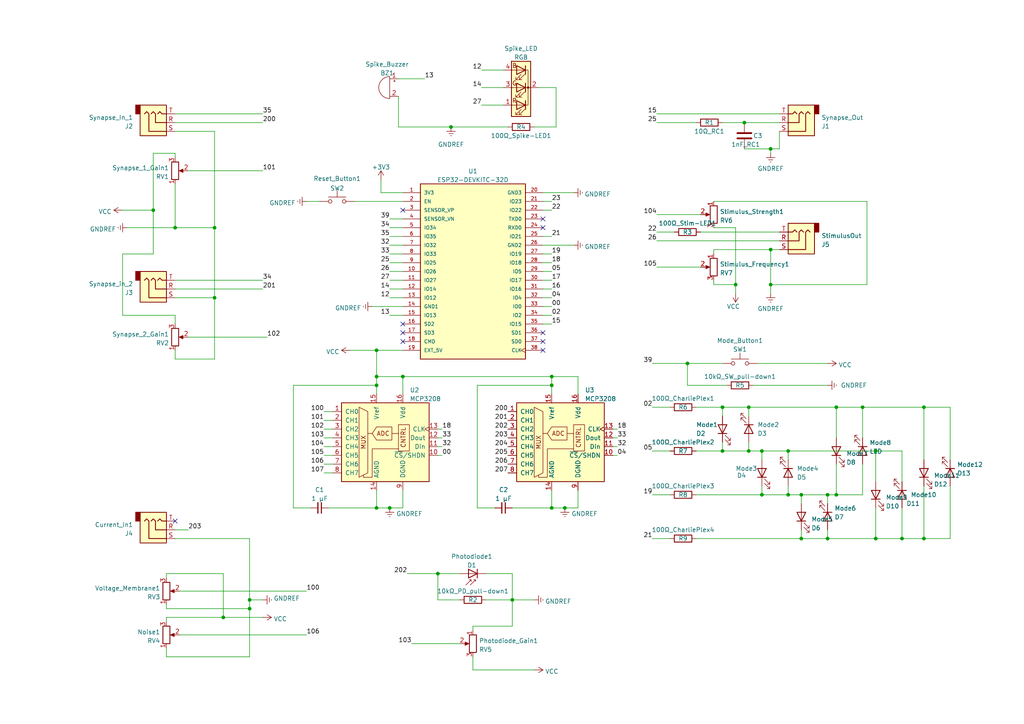
<source format=kicad_sch>
(kicad_sch (version 20211123) (generator eeschema)
  (paper "A4")
  (lib_symbols
    (symbol "Analog_ADC:MCP3208" (pin_names (offset 1.016))
      (property "Reference" "U" (at -5.08 13.335 0))
      (property "Value" "MCP3208" (at -5.08 11.43 0))
      (symbol "MCP3208_0_0"
        (text "ADC" (at -0.635 1.27 0) (effects (font (size 1.27 1.27))))
        (text "CNTRL" (at 5.969 -2.921 900) (effects (font (size 1.27 1.27)) (justify left bottom)))
        (text "MUX" (at -6.35 -1.27 900) (effects (font (size 1.27 1.27))))
      )
      (symbol "MCP3208_0_1"
        (polyline (pts (xy -3.81 1.27) (xy -5.08 1.27)))
        (polyline (pts (xy 1.905 1.27) (xy 3.81 1.27)))
        (polyline (pts (xy -7.62 8.89) (xy -7.62 -11.43) (xy -5.08 -10.16) (xy -5.08 7.62) (xy -7.62 8.89)))
        (polyline (pts (xy 3.81 -3.175) (xy -3.81 -3.175) (xy -3.81 -11.43) (xy -6.35 -11.43) (xy -6.35 -10.795)))
        (polyline (pts (xy 1.905 3.175) (xy 1.905 -0.635) (xy -2.54 -0.635) (xy -3.81 1.27) (xy -2.54 3.175) (xy 1.905 3.175)))
        (rectangle (start 3.81 -3.81) (end 6.985 3.81))
        (rectangle (start 12.7 -12.7) (end -12.7 10.16) (stroke (width 0.254)) (fill (type background)))
      )
      (symbol "MCP3208_1_1"
        (pin input line (at -15.24 7.62 0) (length 2.54) (name "CH0") (number "1"))
        (pin input line (at 15.24 -5.08 180) (length 2.54) (name "~{CS}/SHDN") (number "10"))
        (pin input line (at 15.24 -2.54 180) (length 2.54) (name "Din") (number "11"))
        (pin output line (at 15.24 0 180) (length 2.54) (name "Dout") (number "12"))
        (pin input clock (at 15.24 2.54 180) (length 2.54) (name "CLK") (number "13"))
        (pin power_in line (at -2.54 -15.24 90) (length 2.54) (name "AGND") (number "14"))
        (pin power_in line (at -2.54 12.7 270) (length 2.54) (name "Vref") (number "15"))
        (pin power_in line (at 5.08 12.7 270) (length 2.54) (name "Vdd") (number "16"))
        (pin input line (at -15.24 5.08 0) (length 2.54) (name "CH1") (number "2"))
        (pin input line (at -15.24 2.54 0) (length 2.54) (name "CH2") (number "3"))
        (pin input line (at -15.24 0 0) (length 2.54) (name "CH3") (number "4"))
        (pin input line (at -15.24 -2.54 0) (length 2.54) (name "CH4") (number "5"))
        (pin input line (at -15.24 -5.08 0) (length 2.54) (name "CH5") (number "6"))
        (pin input line (at -15.24 -7.62 0) (length 2.54) (name "CH6") (number "7"))
        (pin input line (at -15.24 -10.16 0) (length 2.54) (name "CH7") (number "8"))
        (pin power_in line (at 5.08 -15.24 90) (length 2.54) (name "DGND") (number "9"))
      )
    )
    (symbol "Connector:AudioJack3"
      (property "Reference" "J" (at 0 8.89 0))
      (property "Value" "AudioJack3" (at 0 6.35 0))
      (symbol "AudioJack3_0_1"
        (rectangle (start -5.08 -5.08) (end -6.35 -2.54) (stroke (width 0.254)) (fill (type outline)))
        (polyline (pts (xy 0 -2.54) (xy 0.635 -3.175) (xy 1.27 -2.54) (xy 2.54 -2.54)) (stroke (width 0.254)))
        (polyline (pts (xy -1.905 -2.54) (xy -1.27 -3.175) (xy -0.635 -2.54) (xy -0.635 0) (xy 2.54 0)) (stroke (width 0.254)))
        (polyline (pts (xy 2.54 2.54) (xy -2.54 2.54) (xy -2.54 -2.54) (xy -3.175 -3.175) (xy -3.81 -2.54)) (stroke (width 0.254)))
        (rectangle (start 2.54 3.81) (end -5.08 -5.08) (stroke (width 0.254)) (fill (type background)))
      )
      (symbol "AudioJack3_1_1"
        (pin passive line (at 5.08 0 180) (length 2.54) (name "~") (number "R"))
        (pin passive line (at 5.08 2.54 180) (length 2.54) (name "~") (number "S"))
        (pin passive line (at 5.08 -2.54 180) (length 2.54) (name "~") (number "T"))
      )
    )
    (symbol "Device:Buzzer" (pin_names (offset 0.0254) hide)
      (property "Reference" "BZ" (at 3.81 1.27 0))
      (property "Value" "Buzzer" (at 3.81 -1.27 0))
      (symbol "Buzzer_0_1"
        (arc (start 0 -3.175) (mid 3.175 0) (end 0 3.175))
        (polyline (pts (xy -1.651 1.905) (xy -1.143 1.905)))
        (polyline (pts (xy -1.397 2.159) (xy -1.397 1.651)))
        (polyline (pts (xy 0 3.175) (xy 0 -3.175)))
      )
      (symbol "Buzzer_1_1"
        (pin passive line (at -2.54 2.54 0) (length 2.54) (name "-") (number "1"))
        (pin passive line (at -2.54 -2.54 0) (length 2.54) (name "+") (number "2"))
      )
    )
    (symbol "Device:C" (pin_numbers hide) (pin_names (offset 0.254))
      (property "Reference" "C" (at 0.635 2.54 0))
      (property "Value" "C" (at 0.635 -2.54 0))
      (symbol "C_0_1"
        (polyline (pts (xy -2.032 -0.762) (xy 2.032 -0.762)) (stroke (width 0.508)))
        (polyline (pts (xy -2.032 0.762) (xy 2.032 0.762)) (stroke (width 0.508)))
      )
      (symbol "C_1_1"
        (pin passive line (at 0 3.81 270) (length 2.794) (name "~") (number "1"))
        (pin passive line (at 0 -3.81 90) (length 2.794) (name "~") (number "2"))
      )
    )
    (symbol "Device:C_Small" (pin_numbers hide) (pin_names (offset 0.254) hide)
      (property "Reference" "C" (at 0.254 1.778 0))
      (property "Value" "C_Small" (at 0.254 -2.032 0))
      (symbol "C_Small_0_1"
        (polyline (pts (xy -1.524 -0.508) (xy 1.524 -0.508)) (stroke (width 0.3302)))
        (polyline (pts (xy -1.524 0.508) (xy 1.524 0.508)) (stroke (width 0.3048)))
      )
      (symbol "C_Small_1_1"
        (pin passive line (at 0 2.54 270) (length 2.032) (name "~") (number "1"))
        (pin passive line (at 0 -2.54 90) (length 2.032) (name "~") (number "2"))
      )
    )
    (symbol "Device:D_Photo" (pin_numbers hide) (pin_names hide)
      (property "Reference" "D" (at 0.508 1.778 0))
      (property "Value" "D_Photo" (at -1.016 -2.794 0))
      (symbol "D_Photo_0_1"
        (polyline (pts (xy -2.54 1.27) (xy -2.54 -1.27)) (stroke (width 0.254)))
        (polyline (pts (xy -2.032 1.778) (xy -1.524 1.778)))
        (polyline (pts (xy 0 0) (xy -2.54 0)))
        (polyline (pts (xy -0.508 3.302) (xy -2.032 1.778) (xy -2.032 2.286)))
        (polyline (pts (xy 0 -1.27) (xy 0 1.27) (xy -2.54 0) (xy 0 -1.27)) (stroke (width 0.254)))
        (polyline (pts (xy 0.762 3.302) (xy -0.762 1.778) (xy -0.762 2.286) (xy -0.762 1.778) (xy -0.254 1.778)))
      )
      (symbol "D_Photo_1_1"
        (pin passive line (at -5.08 0 0) (length 2.54) (name "K") (number "1"))
        (pin passive line (at 2.54 0 180) (length 2.54) (name "A") (number "2"))
      )
    )
    (symbol "Device:LED" (pin_numbers hide) (pin_names (offset 1.016) hide)
      (property "Reference" "D" (at 0 2.54 0))
      (property "Value" "LED" (at 0 -2.54 0))
      (symbol "LED_0_1"
        (polyline (pts (xy -1.27 -1.27) (xy -1.27 1.27)) (stroke (width 0.254)))
        (polyline (pts (xy -1.27 0) (xy 1.27 0)))
        (polyline (pts (xy 1.27 -1.27) (xy 1.27 1.27) (xy -1.27 0) (xy 1.27 -1.27)) (stroke (width 0.254)))
        (polyline (pts (xy -3.048 -0.762) (xy -4.572 -2.286) (xy -3.81 -2.286) (xy -4.572 -2.286) (xy -4.572 -1.524)))
        (polyline (pts (xy -1.778 -0.762) (xy -3.302 -2.286) (xy -2.54 -2.286) (xy -3.302 -2.286) (xy -3.302 -1.524)))
      )
      (symbol "LED_1_1"
        (pin passive line (at -3.81 0 0) (length 2.54) (name "K") (number "1"))
        (pin passive line (at 3.81 0 180) (length 2.54) (name "A") (number "2"))
      )
    )
    (symbol "Device:LED_RKGB" (pin_names (offset 0) hide)
      (property "Reference" "D" (at 0 9.398 0))
      (property "Value" "LED_RKGB" (at 0 -8.89 0))
      (symbol "LED_RKGB_0_0"
        (text "B" (at 1.905 -6.35 0) (effects (font (size 1.27 1.27))))
        (text "G" (at 1.905 -1.27 0) (effects (font (size 1.27 1.27))))
        (text "R" (at 1.905 3.81 0) (effects (font (size 1.27 1.27))))
      )
      (symbol "LED_RKGB_0_1"
        (circle (center -2.032 0) (radius 0.254) (fill (type outline)))
        (polyline (pts (xy -1.27 -5.08) (xy 1.27 -5.08)))
        (polyline (pts (xy -1.27 -3.81) (xy -1.27 -6.35)) (stroke (width 0.254)))
        (polyline (pts (xy -1.27 0) (xy -2.54 0)))
        (polyline (pts (xy -1.27 1.27) (xy -1.27 -1.27)) (stroke (width 0.254)))
        (polyline (pts (xy -1.27 5.08) (xy 1.27 5.08)))
        (polyline (pts (xy -1.27 6.35) (xy -1.27 3.81)) (stroke (width 0.254)))
        (polyline (pts (xy 1.27 -5.08) (xy 2.54 -5.08)))
        (polyline (pts (xy 1.27 0) (xy -1.27 0)))
        (polyline (pts (xy 1.27 0) (xy 2.54 0)))
        (polyline (pts (xy 1.27 5.08) (xy 2.54 5.08)))
        (polyline (pts (xy -1.27 1.27) (xy -1.27 -1.27) (xy -1.27 -1.27)))
        (polyline (pts (xy -1.27 6.35) (xy -1.27 3.81) (xy -1.27 3.81)))
        (polyline (pts (xy -1.27 5.08) (xy -2.032 5.08) (xy -2.032 -5.08) (xy -1.016 -5.08)))
        (polyline (pts (xy 1.27 -3.81) (xy 1.27 -6.35) (xy -1.27 -5.08) (xy 1.27 -3.81)) (stroke (width 0.254)))
        (polyline (pts (xy 1.27 1.27) (xy 1.27 -1.27) (xy -1.27 0) (xy 1.27 1.27)) (stroke (width 0.254)))
        (polyline (pts (xy 1.27 6.35) (xy 1.27 3.81) (xy -1.27 5.08) (xy 1.27 6.35)) (stroke (width 0.254)))
        (polyline (pts (xy -1.016 -3.81) (xy 0.508 -2.286) (xy -0.254 -2.286) (xy 0.508 -2.286) (xy 0.508 -3.048)))
        (polyline (pts (xy -1.016 1.27) (xy 0.508 2.794) (xy -0.254 2.794) (xy 0.508 2.794) (xy 0.508 2.032)))
        (polyline (pts (xy -1.016 6.35) (xy 0.508 7.874) (xy -0.254 7.874) (xy 0.508 7.874) (xy 0.508 7.112)))
        (polyline (pts (xy 0 -3.81) (xy 1.524 -2.286) (xy 0.762 -2.286) (xy 1.524 -2.286) (xy 1.524 -3.048)))
        (polyline (pts (xy 0 1.27) (xy 1.524 2.794) (xy 0.762 2.794) (xy 1.524 2.794) (xy 1.524 2.032)))
        (polyline (pts (xy 0 6.35) (xy 1.524 7.874) (xy 0.762 7.874) (xy 1.524 7.874) (xy 1.524 7.112)))
        (rectangle (start 1.27 -1.27) (end 1.27 1.27))
        (rectangle (start 1.27 1.27) (end 1.27 1.27))
        (rectangle (start 1.27 3.81) (end 1.27 6.35))
        (rectangle (start 1.27 6.35) (end 1.27 6.35))
        (rectangle (start 2.794 8.382) (end -2.794 -7.62) (stroke (width 0.254)) (fill (type background)))
      )
      (symbol "LED_RKGB_1_1"
        (pin passive line (at 5.08 5.08 180) (length 2.54) (name "RA") (number "1"))
        (pin passive line (at -5.08 0 0) (length 2.54) (name "K") (number "2"))
        (pin passive line (at 5.08 0 180) (length 2.54) (name "GA") (number "3"))
        (pin passive line (at 5.08 -5.08 180) (length 2.54) (name "BA") (number "4"))
      )
    )
    (symbol "Device:R" (pin_numbers hide) (pin_names (offset 0))
      (property "Reference" "R" (at 2.032 0 90))
      (property "Value" "R" (at 0 0 90))
      (symbol "R_0_1"
        (rectangle (start -1.016 -2.54) (end 1.016 2.54) (stroke (width 0.254)))
      )
      (symbol "R_1_1"
        (pin passive line (at 0 3.81 270) (length 1.27) (name "~") (number "1"))
        (pin passive line (at 0 -3.81 90) (length 1.27) (name "~") (number "2"))
      )
    )
    (symbol "Device:R_Potentiometer" (pin_names (offset 1.016) hide)
      (property "Reference" "RV" (at -4.445 0 90))
      (property "Value" "R_Potentiometer" (at -2.54 0 90))
      (symbol "R_Potentiometer_0_1"
        (polyline (pts (xy 2.54 0) (xy 1.524 0)))
        (polyline (pts (xy 1.143 0) (xy 2.286 0.508) (xy 2.286 -0.508) (xy 1.143 0)) (fill (type outline)))
        (rectangle (start 1.016 2.54) (end -1.016 -2.54) (stroke (width 0.254)))
      )
      (symbol "R_Potentiometer_1_1"
        (pin passive line (at 0 3.81 270) (length 1.27) (name "1") (number "1"))
        (pin passive line (at 3.81 0 180) (length 1.27) (name "2") (number "2"))
        (pin passive line (at 0 -3.81 90) (length 1.27) (name "3") (number "3"))
      )
    )
    (symbol "ESP32-DEVKITC-32D:ESP32-DEVKITC-32D" (pin_names (offset 1.016))
      (property "Reference" "U" (at -15.2654 26.0604 0))
      (property "Value" "ESP32-DEVKITC-32D" (at -15.2654 -27.9654 0))
      (symbol "ESP32-DEVKITC-32D_0_0"
        (rectangle (start -15.24 -25.4) (end 15.24 25.4) (stroke (width 0.254)) (fill (type background)))
        (pin power_in line (at -20.32 22.86 0) (length 5.08) (name "3V3") (number "1"))
        (pin bidirectional line (at -20.32 0 0) (length 5.08) (name "IO26") (number "10"))
        (pin bidirectional line (at -20.32 -2.54 0) (length 5.08) (name "IO27") (number "11"))
        (pin bidirectional line (at -20.32 -5.08 0) (length 5.08) (name "IO14") (number "12"))
        (pin bidirectional line (at -20.32 -7.62 0) (length 5.08) (name "IO12") (number "13"))
        (pin power_in line (at -20.32 -10.16 0) (length 5.08) (name "GND1") (number "14"))
        (pin bidirectional line (at -20.32 -12.7 0) (length 5.08) (name "IO13") (number "15"))
        (pin bidirectional line (at -20.32 -15.24 0) (length 5.08) (name "SD2") (number "16"))
        (pin bidirectional line (at -20.32 -17.78 0) (length 5.08) (name "SD3") (number "17"))
        (pin bidirectional line (at -20.32 -20.32 0) (length 5.08) (name "CMD") (number "18"))
        (pin power_in line (at -20.32 -22.86 0) (length 5.08) (name "EXT_5V") (number "19"))
        (pin input line (at -20.32 20.32 0) (length 5.08) (name "EN") (number "2"))
        (pin power_in line (at 20.32 22.86 180) (length 5.08) (name "GND3") (number "20"))
        (pin bidirectional line (at 20.32 20.32 180) (length 5.08) (name "IO23") (number "21"))
        (pin bidirectional line (at 20.32 17.78 180) (length 5.08) (name "IO22") (number "22"))
        (pin output line (at 20.32 15.24 180) (length 5.08) (name "TXD0") (number "23"))
        (pin input line (at 20.32 12.7 180) (length 5.08) (name "RXD0") (number "24"))
        (pin bidirectional line (at 20.32 10.16 180) (length 5.08) (name "IO21") (number "25"))
        (pin power_in line (at 20.32 7.62 180) (length 5.08) (name "GND2") (number "26"))
        (pin bidirectional line (at 20.32 5.08 180) (length 5.08) (name "IO19") (number "27"))
        (pin bidirectional line (at 20.32 2.54 180) (length 5.08) (name "IO18") (number "28"))
        (pin bidirectional line (at 20.32 0 180) (length 5.08) (name "IO5") (number "29"))
        (pin input line (at -20.32 17.78 0) (length 5.08) (name "SENSOR_VP") (number "3"))
        (pin bidirectional line (at 20.32 -2.54 180) (length 5.08) (name "IO17") (number "30"))
        (pin bidirectional line (at 20.32 -5.08 180) (length 5.08) (name "IO16") (number "31"))
        (pin bidirectional line (at 20.32 -7.62 180) (length 5.08) (name "IO4") (number "32"))
        (pin bidirectional line (at 20.32 -10.16 180) (length 5.08) (name "IO0") (number "33"))
        (pin bidirectional line (at 20.32 -12.7 180) (length 5.08) (name "IO2") (number "34"))
        (pin bidirectional line (at 20.32 -15.24 180) (length 5.08) (name "IO15") (number "35"))
        (pin bidirectional line (at 20.32 -17.78 180) (length 5.08) (name "SD1") (number "36"))
        (pin bidirectional line (at 20.32 -20.32 180) (length 5.08) (name "SD0") (number "37"))
        (pin input clock (at 20.32 -22.86 180) (length 5.08) (name "CLK") (number "38"))
        (pin input line (at -20.32 15.24 0) (length 5.08) (name "SENSOR_VN") (number "4"))
        (pin bidirectional line (at -20.32 12.7 0) (length 5.08) (name "IO34") (number "5"))
        (pin bidirectional line (at -20.32 10.16 0) (length 5.08) (name "IO35") (number "6"))
        (pin bidirectional line (at -20.32 7.62 0) (length 5.08) (name "IO32") (number "7"))
        (pin bidirectional line (at -20.32 5.08 0) (length 5.08) (name "IO33") (number "8"))
        (pin bidirectional line (at -20.32 2.54 0) (length 5.08) (name "IO25") (number "9"))
      )
    )
    (symbol "Switch:SW_Push" (pin_numbers hide) (pin_names (offset 1.016) hide)
      (property "Reference" "SW" (at 1.27 2.54 0))
      (property "Value" "SW_Push" (at 0 -1.524 0))
      (symbol "SW_Push_0_1"
        (circle (center -2.032 0) (radius 0.508))
        (polyline (pts (xy 0 1.27) (xy 0 3.048)))
        (polyline (pts (xy 2.54 1.27) (xy -2.54 1.27)))
        (circle (center 2.032 0) (radius 0.508))
        (pin passive line (at -5.08 0 0) (length 2.54) (name "1") (number "1"))
        (pin passive line (at 5.08 0 180) (length 2.54) (name "2") (number "2"))
      )
    )
    (symbol "power:+3.3V" (power) (pin_names (offset 0))
      (property "Value" "+3.3V" (at 0 3.556 0))
      (symbol "+3.3V_0_1"
        (polyline (pts (xy -0.762 1.27) (xy 0 2.54)))
        (polyline (pts (xy 0 0) (xy 0 2.54)))
        (polyline (pts (xy 0 2.54) (xy 0.762 1.27)))
      )
      (symbol "+3.3V_1_1"
        (pin power_in line (at 0 0 90) (length 0) hide (name "+3V3") (number "1"))
      )
    )
    (symbol "power:GNDREF" (power) (pin_names (offset 0))
      (property "Value" "GNDREF" (at 0 -3.81 0))
      (symbol "GNDREF_0_1"
        (polyline (pts (xy -0.635 -1.905) (xy 0.635 -1.905)))
        (polyline (pts (xy -0.127 -2.54) (xy 0.127 -2.54)))
        (polyline (pts (xy 0 -1.27) (xy 0 0)))
        (polyline (pts (xy 1.27 -1.27) (xy -1.27 -1.27)))
      )
      (symbol "GNDREF_1_1"
        (pin power_in line (at 0 0 270) (length 0) hide (name "GNDREF") (number "1"))
      )
    )
    (symbol "power:VCC" (power) (pin_names (offset 0))
      (property "Value" "VCC" (at 0 3.81 0))
      (symbol "VCC_0_1"
        (polyline (pts (xy -0.762 1.27) (xy 0 2.54)))
        (polyline (pts (xy 0 0) (xy 0 2.54)))
        (polyline (pts (xy 0 2.54) (xy 0.762 1.27)))
      )
      (symbol "VCC_1_1"
        (pin power_in line (at 0 0 90) (length 0) hide (name "VCC") (number "1"))
      )
    )
  )
  (junction (at 113.03 147.32))
  (junction (at 261.62 156.21))
  (junction (at 228.6 143.51))
  (junction (at 160.02 111.76))
  (junction (at 44.45 60.96))
  (junction (at 223.52 82.55))
  (junction (at 228.6 130.81))
  (junction (at 223.52 43.18))
  (junction (at 109.22 147.32))
  (junction (at 209.55 130.81))
  (junction (at 250.19 118.11))
  (junction (at 254 156.21))
  (junction (at 160.02 109.22))
  (junction (at 62.23 86.36))
  (junction (at 240.03 156.21))
  (junction (at 267.97 118.11))
  (junction (at 254 130.81))
  (junction (at 232.41 143.51))
  (junction (at 109.22 111.76))
  (junction (at 232.41 156.21))
  (junction (at 242.57 143.51))
  (junction (at 160.02 147.32))
  (junction (at 116.84 109.22))
  (junction (at 130.81 36.83))
  (junction (at 267.97 156.21))
  (junction (at 217.17 118.11))
  (junction (at 109.22 101.6))
  (junction (at 213.36 82.55))
  (junction (at 163.83 147.32))
  (junction (at 72.39 173.99))
  (junction (at 223.52 72.39))
  (junction (at 64.77 179.07))
  (junction (at 62.23 66.04))
  (junction (at 215.9 35.56))
  (junction (at 217.17 130.81))
  (junction (at 199.39 105.41))
  (junction (at 148.59 173.99))
  (junction (at 240.03 143.51))
  (junction (at 109.22 109.22))
  (junction (at 72.39 176.53))
  (junction (at 127 166.37))
  (junction (at 209.55 118.11))
  (junction (at 220.98 143.51))
  (junction (at 220.98 130.81))
  (junction (at 50.8 66.04))
  (junction (at 242.57 118.11))
  (no_connect (at 116.84 60.96))
  (no_connect (at 157.48 96.52))
  (no_connect (at 157.48 99.06))
  (no_connect (at 157.48 101.6))
  (no_connect (at 116.84 99.06))
  (no_connect (at 116.84 96.52))
  (no_connect (at 116.84 93.98))
  (no_connect (at 50.8 151.13))
  (no_connect (at 157.48 63.5))
  (no_connect (at 157.48 66.04))
  (wire (pts (xy 209.55 118.11) (xy 209.55 120.65)))
  (wire (pts (xy 116.84 109.22) (xy 160.02 109.22)))
  (wire (pts (xy 137.16 190.5) (xy 137.16 194.31)))
  (wire (pts (xy 267.97 118.11) (xy 275.59 118.11)))
  (wire (pts (xy 48.26 180.34) (xy 48.26 179.07)))
  (wire (pts (xy 93.98 137.16) (xy 96.52 137.16)))
  (wire (pts (xy 157.48 78.74) (xy 160.02 78.74)))
  (wire (pts (xy 157.48 55.88) (xy 166.37 55.88)))
  (wire (pts (xy 64.77 179.07) (xy 76.2 179.07)))
  (wire (pts (xy 215.9 43.18) (xy 223.52 43.18)))
  (wire (pts (xy 217.17 118.11) (xy 242.57 118.11)))
  (wire (pts (xy 160.02 109.22) (xy 167.64 109.22)))
  (wire (pts (xy 35.56 91.44) (xy 50.8 91.44)))
  (wire (pts (xy 201.93 143.51) (xy 220.98 143.51)))
  (wire (pts (xy 85.09 147.32) (xy 90.17 147.32)))
  (wire (pts (xy 116.84 109.22) (xy 116.84 114.3)))
  (wire (pts (xy 157.48 81.28) (xy 160.02 81.28)))
  (wire (pts (xy 160.02 147.32) (xy 148.59 147.32)))
  (wire (pts (xy 113.03 81.28) (xy 116.84 81.28)))
  (wire (pts (xy 148.59 166.37) (xy 148.59 173.99)))
  (wire (pts (xy 64.77 166.37) (xy 64.77 179.07)))
  (wire (pts (xy 160.02 109.22) (xy 160.02 111.76)))
  (wire (pts (xy 72.39 173.99) (xy 72.39 176.53)))
  (wire (pts (xy 110.49 52.07) (xy 110.49 55.88)))
  (wire (pts (xy 213.36 66.04) (xy 213.36 82.55)))
  (wire (pts (xy 116.84 101.6) (xy 109.22 101.6)))
  (wire (pts (xy 207.01 72.39) (xy 207.01 73.66)))
  (wire (pts (xy 54.61 49.53) (xy 76.2 49.53)))
  (wire (pts (xy 113.03 76.2) (xy 116.84 76.2)))
  (wire (pts (xy 275.59 118.11) (xy 275.59 133.35)))
  (wire (pts (xy 254 130.81) (xy 261.62 130.81)))
  (wire (pts (xy 157.48 73.66) (xy 160.02 73.66)))
  (wire (pts (xy 50.8 83.82) (xy 76.2 83.82)))
  (wire (pts (xy 50.8 38.1) (xy 62.23 38.1)))
  (wire (pts (xy 223.52 82.55) (xy 223.52 85.09)))
  (wire (pts (xy 219.71 105.41) (xy 240.03 105.41)))
  (wire (pts (xy 101.6 101.6) (xy 109.22 101.6)))
  (wire (pts (xy 267.97 118.11) (xy 267.97 133.35)))
  (wire (pts (xy 44.45 73.66) (xy 35.56 73.66)))
  (wire (pts (xy 228.6 143.51) (xy 228.6 140.97)))
  (wire (pts (xy 261.62 130.81) (xy 261.62 139.7)))
  (wire (pts (xy 48.26 175.26) (xy 48.26 176.53)))
  (wire (pts (xy 223.52 72.39) (xy 226.06 72.39)))
  (wire (pts (xy 209.55 35.56) (xy 215.9 35.56)))
  (wire (pts (xy 48.26 179.07) (xy 64.77 179.07)))
  (wire (pts (xy 113.03 83.82) (xy 116.84 83.82)))
  (wire (pts (xy 160.02 111.76) (xy 160.02 114.3)))
  (wire (pts (xy 50.8 156.21) (xy 72.39 156.21)))
  (wire (pts (xy 223.52 43.18) (xy 226.06 43.18)))
  (wire (pts (xy 113.03 78.74) (xy 116.84 78.74)))
  (wire (pts (xy 207.01 72.39) (xy 223.52 72.39)))
  (wire (pts (xy 137.16 181.61) (xy 148.59 181.61)))
  (wire (pts (xy 161.29 25.4) (xy 161.29 36.83)))
  (wire (pts (xy 127 132.08) (xy 128.27 132.08)))
  (wire (pts (xy 127 166.37) (xy 133.35 166.37)))
  (wire (pts (xy 223.52 82.55) (xy 251.46 82.55)))
  (wire (pts (xy 199.39 111.76) (xy 210.82 111.76)))
  (wire (pts (xy 44.45 44.45) (xy 50.8 44.45)))
  (wire (pts (xy 127 127) (xy 128.27 127)))
  (wire (pts (xy 50.8 44.45) (xy 50.8 45.72)))
  (wire (pts (xy 127 173.99) (xy 133.35 173.99)))
  (wire (pts (xy 240.03 143.51) (xy 240.03 146.05)))
  (wire (pts (xy 220.98 130.81) (xy 228.6 130.81)))
  (wire (pts (xy 157.48 76.2) (xy 160.02 76.2)))
  (wire (pts (xy 213.36 82.55) (xy 207.01 82.55)))
  (wire (pts (xy 139.7 25.4) (xy 146.05 25.4)))
  (wire (pts (xy 110.49 55.88) (xy 116.84 55.88)))
  (wire (pts (xy 93.98 124.46) (xy 96.52 124.46)))
  (wire (pts (xy 203.2 67.31) (xy 226.06 67.31)))
  (wire (pts (xy 113.03 73.66) (xy 116.84 73.66)))
  (wire (pts (xy 119.38 186.69) (xy 133.35 186.69)))
  (wire (pts (xy 261.62 147.32) (xy 261.62 156.21)))
  (wire (pts (xy 62.23 66.04) (xy 50.8 66.04)))
  (wire (pts (xy 115.57 22.86) (xy 123.19 22.86)))
  (wire (pts (xy 207.01 66.04) (xy 213.36 66.04)))
  (wire (pts (xy 267.97 156.21) (xy 267.97 140.97)))
  (wire (pts (xy 113.03 86.36) (xy 116.84 86.36)))
  (wire (pts (xy 50.8 104.14) (xy 62.23 104.14)))
  (wire (pts (xy 35.56 60.96) (xy 44.45 60.96)))
  (wire (pts (xy 189.23 118.11) (xy 194.31 118.11)))
  (wire (pts (xy 228.6 130.81) (xy 228.6 133.35)))
  (wire (pts (xy 148.59 173.99) (xy 154.94 173.99)))
  (wire (pts (xy 157.48 88.9) (xy 160.02 88.9)))
  (wire (pts (xy 113.03 68.58) (xy 116.84 68.58)))
  (wire (pts (xy 213.36 82.55) (xy 213.36 85.09)))
  (wire (pts (xy 177.8 127) (xy 179.07 127)))
  (wire (pts (xy 62.23 38.1) (xy 62.23 66.04)))
  (wire (pts (xy 189.23 156.21) (xy 194.31 156.21)))
  (wire (pts (xy 50.8 33.02) (xy 76.2 33.02)))
  (wire (pts (xy 209.55 130.81) (xy 217.17 130.81)))
  (wire (pts (xy 190.5 77.47) (xy 203.2 77.47)))
  (wire (pts (xy 54.61 97.79) (xy 77.47 97.79)))
  (wire (pts (xy 254 130.81) (xy 254 139.7)))
  (wire (pts (xy 254 147.32) (xy 254 156.21)))
  (wire (pts (xy 140.97 166.37) (xy 148.59 166.37)))
  (wire (pts (xy 157.48 93.98) (xy 160.02 93.98)))
  (wire (pts (xy 157.48 86.36) (xy 160.02 86.36)))
  (wire (pts (xy 140.97 173.99) (xy 148.59 173.99)))
  (wire (pts (xy 72.39 176.53) (xy 72.39 190.5)))
  (wire (pts (xy 88.9 58.42) (xy 92.71 58.42)))
  (wire (pts (xy 160.02 147.32) (xy 163.83 147.32)))
  (wire (pts (xy 209.55 118.11) (xy 217.17 118.11)))
  (wire (pts (xy 209.55 130.81) (xy 201.93 130.81)))
  (wire (pts (xy 116.84 147.32) (xy 113.03 147.32)))
  (wire (pts (xy 48.26 176.53) (xy 72.39 176.53)))
  (wire (pts (xy 220.98 130.81) (xy 220.98 133.35)))
  (wire (pts (xy 127 129.54) (xy 128.27 129.54)))
  (wire (pts (xy 250.19 118.11) (xy 267.97 118.11)))
  (wire (pts (xy 189.23 143.51) (xy 194.31 143.51)))
  (wire (pts (xy 189.23 105.41) (xy 199.39 105.41)))
  (wire (pts (xy 127 166.37) (xy 127 173.99)))
  (wire (pts (xy 130.81 36.83) (xy 147.32 36.83)))
  (wire (pts (xy 250.19 118.11) (xy 250.19 127)))
  (wire (pts (xy 217.17 130.81) (xy 217.17 128.27)))
  (wire (pts (xy 139.7 20.32) (xy 146.05 20.32)))
  (wire (pts (xy 50.8 91.44) (xy 50.8 93.98)))
  (wire (pts (xy 177.8 132.08) (xy 179.07 132.08)))
  (wire (pts (xy 109.22 147.32) (xy 113.03 147.32)))
  (wire (pts (xy 215.9 35.56) (xy 226.06 35.56)))
  (wire (pts (xy 113.03 66.04) (xy 116.84 66.04)))
  (wire (pts (xy 167.64 109.22) (xy 167.64 114.3)))
  (wire (pts (xy 93.98 129.54) (xy 96.52 129.54)))
  (wire (pts (xy 115.57 36.83) (xy 130.81 36.83)))
  (wire (pts (xy 232.41 156.21) (xy 240.03 156.21)))
  (wire (pts (xy 160.02 142.24) (xy 160.02 147.32)))
  (wire (pts (xy 48.26 166.37) (xy 64.77 166.37)))
  (wire (pts (xy 177.8 129.54) (xy 179.07 129.54)))
  (wire (pts (xy 107.95 88.9) (xy 116.84 88.9)))
  (wire (pts (xy 242.57 143.51) (xy 250.19 143.51)))
  (wire (pts (xy 190.5 35.56) (xy 201.93 35.56)))
  (wire (pts (xy 157.48 58.42) (xy 160.02 58.42)))
  (wire (pts (xy 157.48 68.58) (xy 160.02 68.58)))
  (wire (pts (xy 220.98 140.97) (xy 220.98 143.51)))
  (wire (pts (xy 250.19 134.62) (xy 250.19 143.51)))
  (wire (pts (xy 240.03 156.21) (xy 240.03 153.67)))
  (wire (pts (xy 207.01 81.28) (xy 207.01 82.55)))
  (wire (pts (xy 177.8 124.46) (xy 179.07 124.46)))
  (wire (pts (xy 163.83 147.32) (xy 167.64 147.32)))
  (wire (pts (xy 201.93 118.11) (xy 209.55 118.11)))
  (wire (pts (xy 36.83 66.04) (xy 50.8 66.04)))
  (wire (pts (xy 62.23 86.36) (xy 62.23 66.04)))
  (wire (pts (xy 240.03 143.51) (xy 242.57 143.51)))
  (wire (pts (xy 156.21 25.4) (xy 161.29 25.4)))
  (wire (pts (xy 50.8 86.36) (xy 62.23 86.36)))
  (wire (pts (xy 109.22 111.76) (xy 109.22 114.3)))
  (wire (pts (xy 35.56 73.66) (xy 35.56 91.44)))
  (wire (pts (xy 113.03 63.5) (xy 116.84 63.5)))
  (wire (pts (xy 50.8 35.56) (xy 76.2 35.56)))
  (wire (pts (xy 223.52 43.18) (xy 223.52 44.45)))
  (wire (pts (xy 226.06 38.1) (xy 226.06 43.18)))
  (wire (pts (xy 137.16 182.88) (xy 137.16 181.61)))
  (wire (pts (xy 139.7 30.48) (xy 146.05 30.48)))
  (wire (pts (xy 44.45 60.96) (xy 44.45 73.66)))
  (wire (pts (xy 44.45 60.96) (xy 44.45 44.45)))
  (wire (pts (xy 261.62 156.21) (xy 267.97 156.21)))
  (wire (pts (xy 157.48 60.96) (xy 160.02 60.96)))
  (wire (pts (xy 232.41 143.51) (xy 240.03 143.51)))
  (wire (pts (xy 95.25 147.32) (xy 109.22 147.32)))
  (wire (pts (xy 148.59 181.61) (xy 148.59 173.99)))
  (wire (pts (xy 190.5 69.85) (xy 226.06 69.85)))
  (wire (pts (xy 267.97 156.21) (xy 275.59 156.21)))
  (wire (pts (xy 207.01 58.42) (xy 251.46 58.42)))
  (wire (pts (xy 72.39 173.99) (xy 76.2 173.99)))
  (wire (pts (xy 218.44 111.76) (xy 240.03 111.76)))
  (wire (pts (xy 109.22 109.22) (xy 116.84 109.22)))
  (wire (pts (xy 201.93 156.21) (xy 232.41 156.21)))
  (wire (pts (xy 72.39 156.21) (xy 72.39 173.99)))
  (wire (pts (xy 137.16 194.31) (xy 154.94 194.31)))
  (wire (pts (xy 50.8 153.67) (xy 54.61 153.67)))
  (wire (pts (xy 251.46 58.42) (xy 251.46 82.55)))
  (wire (pts (xy 62.23 104.14) (xy 62.23 86.36)))
  (wire (pts (xy 93.98 119.38) (xy 96.52 119.38)))
  (wire (pts (xy 93.98 121.92) (xy 96.52 121.92)))
  (wire (pts (xy 93.98 127) (xy 96.52 127)))
  (wire (pts (xy 113.03 71.12) (xy 116.84 71.12)))
  (wire (pts (xy 242.57 118.11) (xy 242.57 127)))
  (wire (pts (xy 167.64 147.32) (xy 167.64 142.24)))
  (wire (pts (xy 157.48 91.44) (xy 160.02 91.44)))
  (wire (pts (xy 157.48 83.82) (xy 160.02 83.82)))
  (wire (pts (xy 102.87 58.42) (xy 116.84 58.42)))
  (wire (pts (xy 232.41 153.67) (xy 232.41 156.21)))
  (wire (pts (xy 232.41 143.51) (xy 232.41 146.05)))
  (wire (pts (xy 161.29 36.83) (xy 154.94 36.83)))
  (wire (pts (xy 254 156.21) (xy 261.62 156.21)))
  (wire (pts (xy 275.59 156.21) (xy 275.59 140.97)))
  (wire (pts (xy 93.98 132.08) (xy 96.52 132.08)))
  (wire (pts (xy 199.39 105.41) (xy 209.55 105.41)))
  (wire (pts (xy 199.39 105.41) (xy 199.39 111.76)))
  (wire (pts (xy 48.26 187.96) (xy 48.26 190.5)))
  (wire (pts (xy 48.26 167.64) (xy 48.26 166.37)))
  (wire (pts (xy 50.8 66.04) (xy 50.8 53.34)))
  (wire (pts (xy 217.17 118.11) (xy 217.17 120.65)))
  (wire (pts (xy 115.57 27.94) (xy 115.57 36.83)))
  (wire (pts (xy 109.22 101.6) (xy 109.22 109.22)))
  (wire (pts (xy 223.52 72.39) (xy 223.52 82.55)))
  (wire (pts (xy 217.17 130.81) (xy 220.98 130.81)))
  (wire (pts (xy 242.57 118.11) (xy 250.19 118.11)))
  (wire (pts (xy 138.43 111.76) (xy 138.43 147.32)))
  (wire (pts (xy 52.07 171.45) (xy 88.9 171.45)))
  (wire (pts (xy 240.03 156.21) (xy 254 156.21)))
  (wire (pts (xy 160.02 111.76) (xy 138.43 111.76)))
  (wire (pts (xy 228.6 130.81) (xy 254 130.81)))
  (wire (pts (xy 228.6 143.51) (xy 232.41 143.51)))
  (wire (pts (xy 113.03 91.44) (xy 116.84 91.44)))
  (wire (pts (xy 242.57 134.62) (xy 242.57 143.51)))
  (wire (pts (xy 190.5 33.02) (xy 226.06 33.02)))
  (wire (pts (xy 118.11 166.37) (xy 127 166.37)))
  (wire (pts (xy 157.48 71.12) (xy 166.37 71.12)))
  (wire (pts (xy 220.98 143.51) (xy 228.6 143.51)))
  (wire (pts (xy 109.22 109.22) (xy 109.22 111.76)))
  (wire (pts (xy 72.39 190.5) (xy 48.26 190.5)))
  (wire (pts (xy 50.8 101.6) (xy 50.8 104.14)))
  (wire (pts (xy 109.22 142.24) (xy 109.22 147.32)))
  (wire (pts (xy 93.98 134.62) (xy 96.52 134.62)))
  (wire (pts (xy 52.07 184.15) (xy 88.9 184.15)))
  (wire (pts (xy 127 124.46) (xy 128.27 124.46)))
  (wire (pts (xy 190.5 67.31) (xy 195.58 67.31)))
  (wire (pts (xy 116.84 142.24) (xy 116.84 147.32)))
  (wire (pts (xy 209.55 128.27) (xy 209.55 130.81)))
  (wire (pts (xy 85.09 111.76) (xy 85.09 147.32)))
  (wire (pts (xy 189.23 130.81) (xy 194.31 130.81)))
  (wire (pts (xy 190.5 62.23) (xy 203.2 62.23)))
  (wire (pts (xy 50.8 81.28) (xy 76.2 81.28)))
  (wire (pts (xy 109.22 111.76) (xy 85.09 111.76)))
  (wire (pts (xy 143.51 147.32) (xy 138.43 147.32)))
  (label "34" (at 113.03 66.04 180))
  (label "18" (at 160.02 76.2 0))
  (label "32" (at 179.07 129.54 0))
  (label "33" (at 113.03 73.66 180))
  (label "203" (at 147.32 127 180))
  (label "205" (at 147.32 132.08 180))
  (label "17" (at 160.02 81.28 0))
  (label "26" (at 190.5 69.85 180))
  (label "21" (at 189.23 156.21 180))
  (label "25" (at 190.5 35.56 180))
  (label "27" (at 139.7 30.48 180))
  (label "02" (at 160.02 91.44 0))
  (label "33" (at 179.07 127 0))
  (label "203" (at 54.61 153.67 0))
  (label "207" (at 147.32 137.16 180))
  (label "02" (at 189.23 118.11 180))
  (label "00" (at 160.02 88.9 0))
  (label "202" (at 118.11 166.37 180))
  (label "39" (at 113.03 63.5 180))
  (label "22" (at 160.02 60.96 0))
  (label "23" (at 160.02 58.42 0))
  (label "106" (at 93.98 134.62 180))
  (label "19" (at 160.02 73.66 0))
  (label "04" (at 160.02 86.36 0))
  (label "33" (at 128.27 127 0))
  (label "101" (at 76.2 49.53 0))
  (label "39" (at 189.23 105.41 180))
  (label "13" (at 113.03 91.44 180))
  (label "104" (at 190.5 62.23 180))
  (label "104" (at 93.98 129.54 180))
  (label "201" (at 147.32 121.92 180))
  (label "200" (at 147.32 119.38 180))
  (label "14" (at 113.03 83.82 180))
  (label "204" (at 147.32 129.54 180))
  (label "101" (at 93.98 121.92 180))
  (label "35" (at 113.03 68.58 180))
  (label "05" (at 160.02 78.74 0))
  (label "12" (at 113.03 86.36 180))
  (label "107" (at 93.98 137.16 180))
  (label "34" (at 76.2 81.28 0))
  (label "200" (at 76.2 35.56 0))
  (label "105" (at 190.5 77.47 180))
  (label "100" (at 93.98 119.38 180))
  (label "16" (at 160.02 83.82 0))
  (label "18" (at 179.07 124.46 0))
  (label "32" (at 113.03 71.12 180))
  (label "201" (at 76.2 83.82 0))
  (label "105" (at 93.98 132.08 180))
  (label "35" (at 76.2 33.02 0))
  (label "106" (at 88.9 184.15 0))
  (label "00" (at 128.27 132.08 0))
  (label "05" (at 189.23 130.81 180))
  (label "12" (at 139.7 20.32 180))
  (label "15" (at 160.02 93.98 0))
  (label "102" (at 77.47 97.79 0))
  (label "206" (at 147.32 134.62 180))
  (label "32" (at 128.27 129.54 0))
  (label "19" (at 189.23 143.51 180))
  (label "103" (at 119.38 186.69 180))
  (label "26" (at 113.03 78.74 180))
  (label "13" (at 123.19 22.86 0))
  (label "18" (at 128.27 124.46 0))
  (label "14" (at 139.7 25.4 180))
  (label "100" (at 88.9 171.45 0))
  (label "04" (at 179.07 132.08 0))
  (label "25" (at 113.03 76.2 180))
  (label "103" (at 93.98 127 180))
  (label "27" (at 113.03 81.28 180))
  (label "21" (at 160.02 68.58 0))
  (label "15" (at 190.5 33.02 180))
  (label "22" (at 190.5 67.31 180))
  (label "102" (at 93.98 124.46 180))
  (label "202" (at 147.32 124.46 180))
  (symbol (lib_id "Device:R") (at 151.13 36.83 90) (unit 1)
    (property "Reference" "100Ω_Spike-LED1" (at 151.13 39.37 90))
    (property "Value" "R4" (at 151.13 36.83 90))
    (property "Footprint" "Resistor_THT:R_Axial_DIN0207_L6.3mm_D2.5mm_P10.16mm_Horizontal" (effects hide))
  )
  (symbol (lib_id "Switch:SW_Push") (at 97.79 58.42 0) (unit 1)
    (property "Reference" "Reset_Button1" (at 97.79 51.7992 0))
    (property "Value" "SW2" (at 97.79 54.61 0))
    (property "Footprint" "Button_Switch_THT:Spikeling reset button" (effects hide))
  )
  (symbol (lib_id "Device:R_Potentiometer") (at 48.26 171.45 0) (mirror x) (unit 1)
    (property "Reference" "Voltage_Membrane1" (at 46.482 170.6153 0) (effects (justify right)))
    (property "Value" "RV3" (at 46.482 173.1522 0) (effects (justify right)))
    (property "Footprint" "Potentiometer_THT:Spikeling Potentiometer" (effects hide))
  )
  (symbol (lib_id "power:GNDREF") (at 240.03 111.76 90) (unit 1)
    (property "Reference" "#PWR0106" (effects hide))
    (property "Value" "GNDREF" (at 251.46 111.76 90) (effects (justify left)))
  )
  (symbol (lib_id "Device:R_Potentiometer") (at 137.16 186.69 0) (mirror y) (unit 1)
    (property "Reference" "Photodiode_Gain1" (at 138.938 185.8553 0) (effects (justify right)))
    (property "Value" "RV5" (at 138.938 188.3922 0) (effects (justify right)))
    (property "Footprint" "Potentiometer_THT:Spikeling Potentiometer" (effects hide))
  )
  (symbol (lib_id "Device:R_Potentiometer") (at 50.8 97.79 0) (mirror x) (unit 1)
    (property "Reference" "Synapse_2_Gain1" (at 49.0221 96.9553 0) (effects (justify right)))
    (property "Value" "RV2" (at 49.0221 99.4922 0) (effects (justify right)))
    (property "Footprint" "Potentiometer_THT:Spikeling Potentiometer" (effects hide))
  )
  (symbol (lib_id "Connector:AudioJack3") (at 231.14 35.56 180) (unit 1)
    (property "Reference" "Synapse_Out" (at 238.252 34.0903 0) (effects (justify right)))
    (property "Value" "J1" (at 238.252 36.6272 0) (effects (justify right)))
    (property "Footprint" "Audio_Module:Spikeling Audio Jack 3.5mm" (effects hide))
  )
  (symbol (lib_id "power:+3.3V") (at 110.49 52.07 0) (unit 1)
    (property "Reference" "#PWR0115" (effects hide))
    (property "Value" "+3.3V" (at 110.49 48.4942 0))
  )
  (symbol (lib_id "power:VCC") (at 101.6 101.6 90) (unit 1)
    (property "Reference" "#PWR0108" (effects hide))
    (property "Value" "VCC" (at 98.425 102.0338 90) (effects (justify left)))
  )
  (symbol (lib_id "power:GNDREF") (at 113.03 147.32 0) (unit 1)
    (property "Reference" "#PWR0111" (effects hide))
    (property "Value" "GNDREF" (at 114.935 149.0238 0) (effects (justify left)))
  )
  (symbol (lib_id "Analog_ADC:MCP3208") (at 111.76 127 0) (unit 1)
    (property "Reference" "U2" (at 118.8594 113.1402 0) (effects (justify left)))
    (property "Value" "MCP3208" (at 118.8594 115.6771 0) (effects (justify left)))
    (property "Footprint" "Package_DIP:DIP-16_W7.62mm" (effects hide))
    (property "Datasheet" "http://ww1.microchip.com/downloads/en/DeviceDoc/21298c.pdf" (effects hide))
  )
  (symbol (lib_id "Device:R_Potentiometer") (at 207.01 77.47 0) (mirror y) (unit 1)
    (property "Reference" "Stimulus_Frequency1" (at 208.788 76.6353 0) (effects (justify right)))
    (property "Value" "RV7" (at 208.788 79.1722 0) (effects (justify right)))
    (property "Footprint" "Potentiometer_THT:Spikeling Potentiometer" (effects hide))
  )
  (symbol (lib_id "Device:R") (at 198.12 156.21 90) (unit 1)
    (property "Reference" "100Ω_CharliePlex4" (at 198.12 153.67 90))
    (property "Value" "R9" (at 198.12 156.21 90))
    (property "Footprint" "Resistor_THT:R_Axial_DIN0207_L6.3mm_D2.5mm_P10.16mm_Horizontal" (effects hide))
  )
  (symbol (lib_id "Device:LED") (at 275.59 137.16 270) (unit 1)
    (property "Reference" "Mode12" (at 277.622 134.7378 90) (effects (justify left)))
    (property "Value" "D13" (at 277.622 137.2747 90) (effects (justify left)))
    (property "Footprint" "LED_THT:LED_D3.0mm" (effects hide))
  )
  (symbol (lib_id "Device:Buzzer") (at 113.03 25.4 0) (mirror y) (unit 1)
    (property "Reference" "Spike_Buzzer" (at 112.268 18.6522 0))
    (property "Value" "BZ1" (at 112.268 21.1891 0))
    (property "Footprint" "Buzzer_Beeper:Buzzer_11.5x9.5RM5" (effects hide))
  )
  (symbol (lib_id "Device:C_Small") (at 146.05 147.32 270) (mirror x) (unit 1)
    (property "Reference" "C2" (at 146.0436 142.0581 90))
    (property "Value" "1 μF" (at 146.0436 144.595 90))
    (property "Footprint" "Capacitor_THT:CP_Radial_D4.0mm_P2.00mm" (effects hide))
  )
  (symbol (lib_id "power:GNDREF") (at 130.81 36.83 0) (unit 1)
    (property "Reference" "#PWR0116" (effects hide))
    (property "Value" "GNDREF" (at 134.62 41.91 0) (effects (justify right)))
  )
  (symbol (lib_id "Device:LED_RKGB") (at 151.13 25.4 180) (unit 1)
    (property "Reference" "Spike_LED" (at 151.13 14.0802 0))
    (property "Value" "RGB" (at 151.13 16.6171 0))
    (property "Footprint" "LED_THT:LED_D5.0mm-4_RGB" (effects hide))
  )
  (symbol (lib_id "Connector:AudioJack3") (at 45.72 35.56 0) (mirror x) (unit 1)
    (property "Reference" "Synapse_In_1" (at 38.6081 34.0903 0) (effects (justify right)))
    (property "Value" "J2" (at 38.6081 36.6272 0) (effects (justify right)))
    (property "Footprint" "Audio_Module:Spikeling Audio Jack 3.5mm" (effects hide))
  )
  (symbol (lib_id "power:GNDREF") (at 107.95 88.9 270) (unit 1)
    (property "Reference" "#PWR0114" (effects hide))
    (property "Value" "GNDREF" (at 104.7751 89.3338 90) (effects (justify right)))
  )
  (symbol (lib_id "Switch:SW_Push") (at 214.63 105.41 0) (unit 1)
    (property "Reference" "Mode_Button1" (at 214.63 98.7892 0))
    (property "Value" "SW1" (at 214.63 101.3261 0))
    (property "Footprint" "Button_Switch_THT:SW_PUSH_6mm_H13mm" (effects hide))
  )
  (symbol (lib_id "power:VCC") (at 35.56 60.96 90) (unit 1)
    (property "Reference" "#PWR0119" (effects hide))
    (property "Value" "VCC" (at 32.385 61.3938 90) (effects (justify left)))
  )
  (symbol (lib_id "Device:R") (at 137.16 173.99 90) (unit 1)
    (property "Reference" "10kΩ_PD_pull-down1" (at 137.16 171.45 90))
    (property "Value" "R2" (at 137.16 173.99 90))
    (property "Footprint" "Resistor_THT:R_Axial_DIN0207_L6.3mm_D2.5mm_P10.16mm_Horizontal" (effects hide))
  )
  (symbol (lib_id "Device:LED") (at 261.62 143.51 270) (unit 1)
    (property "Reference" "Mode10" (at 264.16 143.51 90) (effects (justify left)))
    (property "Value" "D11" (at 262.89 146.05 90) (effects (justify left)))
    (property "Footprint" "LED_THT:LED_D3.0mm" (effects hide))
  )
  (symbol (lib_id "power:GNDREF") (at 166.37 55.88 90) (unit 1)
    (property "Reference" "#PWR0101" (effects hide))
    (property "Value" "GNDREF" (at 169.545 56.3138 90) (effects (justify right)))
  )
  (symbol (lib_id "power:VCC") (at 213.36 85.09 0) (mirror x) (unit 1)
    (property "Reference" "#PWR0107" (effects hide))
    (property "Value" "VCC" (at 214.63 88.9 0) (effects (justify right)))
  )
  (symbol (lib_id "power:GNDREF") (at 36.83 66.04 270) (unit 1)
    (property "Reference" "#PWR0109" (effects hide))
    (property "Value" "GNDREF" (at 33.6551 66.4738 90) (effects (justify right)))
  )
  (symbol (lib_id "Device:LED") (at 232.41 149.86 90) (unit 1)
    (property "Reference" "Mode5" (at 235.331 150.6128 90) (effects (justify right)))
    (property "Value" "D6" (at 235.331 153.1497 90) (effects (justify right)))
    (property "Footprint" "LED_THT:LED_D3.0mm" (effects hide))
  )
  (symbol (lib_id "Device:R_Potentiometer") (at 207.01 62.23 0) (mirror y) (unit 1)
    (property "Reference" "Stimulus_Strength1" (at 208.788 61.3953 0) (effects (justify right)))
    (property "Value" "RV6" (at 208.788 63.9322 0) (effects (justify right)))
    (property "Footprint" "Potentiometer_THT:Spikeling Potentiometer" (effects hide))
  )
  (symbol (lib_id "Device:LED") (at 254 143.51 90) (unit 1)
    (property "Reference" "Mode9" (at 256.921 144.2628 90) (effects (justify right)))
    (property "Value" "D10" (at 256.921 146.7997 90) (effects (justify right)))
    (property "Footprint" "LED_THT:LED_D3.0mm" (effects hide))
  )
  (symbol (lib_id "Device:R") (at 199.39 67.31 90) (unit 1)
    (property "Reference" "100Ω_Stim-LED1" (at 199.39 64.77 90))
    (property "Value" "R3" (at 199.39 67.31 90))
    (property "Footprint" "Resistor_THT:R_Axial_DIN0207_L6.3mm_D2.5mm_P10.16mm_Horizontal" (effects hide))
  )
  (symbol (lib_id "Analog_ADC:MCP3208") (at 162.56 127 0) (unit 1)
    (property "Reference" "U3" (at 169.6594 113.1402 0) (effects (justify left)))
    (property "Value" "MCP3208" (at 169.6594 115.6771 0) (effects (justify left)))
    (property "Footprint" "Package_DIP:DIP-16_W7.62mm" (effects hide))
    (property "Datasheet" "http://ww1.microchip.com/downloads/en/DeviceDoc/21298c.pdf" (effects hide))
  )
  (symbol (lib_id "power:VCC") (at 154.94 194.31 270) (mirror x) (unit 1)
    (property "Reference" "#PWR0117" (effects hide))
    (property "Value" "VCC" (at 158.115 194.7438 90) (effects (justify left)))
  )
  (symbol (lib_id "Device:R_Potentiometer") (at 48.26 184.15 0) (mirror x) (unit 1)
    (property "Reference" "Noise1" (at 46.4821 183.3153 0) (effects (justify right)))
    (property "Value" "RV4" (at 46.4821 185.8522 0) (effects (justify right)))
    (property "Footprint" "Potentiometer_THT:Spikeling Potentiometer" (effects hide))
  )
  (symbol (lib_id "ESP32-DEVKITC-32D:ESP32-DEVKITC-32D") (at 137.16 78.74 0) (unit 1)
    (property "Reference" "U1" (at 137.16 49.6402 0))
    (property "Value" "ESP32-DEVKITC-32D" (at 137.16 52.1771 0))
    (property "Footprint" "MODULE_ESP32-DEVKITC-32D" (effects hide))
    (property "PARTREV" "4" (effects hide))
    (property "MANUFACTURER" "Espressif Systems" (effects hide))
  )
  (symbol (lib_id "Device:LED") (at 228.6 137.16 270) (unit 1)
    (property "Reference" "Mode4" (at 231.14 135.89 90) (effects (justify left)))
    (property "Value" "D5" (at 231.14 138.4269 90) (effects (justify left)))
    (property "Footprint" "LED_THT:LED_D3.0mm" (effects hide))
  )
  (symbol (lib_id "Connector:AudioJack3") (at 45.72 83.82 0) (mirror x) (unit 1)
    (property "Reference" "Synapse_in_2" (at 38.6081 82.3503 0) (effects (justify right)))
    (property "Value" "J3" (at 38.6081 84.8872 0) (effects (justify right)))
    (property "Footprint" "Audio_Module:Spikeling Audio Jack 3.5mm" (effects hide))
  )
  (symbol (lib_id "Device:LED") (at 240.03 149.86 270) (unit 1)
    (property "Reference" "Mode6" (at 242.062 147.4378 90) (effects (justify left)))
    (property "Value" "D7" (at 242.062 149.9747 90) (effects (justify left)))
    (property "Footprint" "LED_THT:LED_D3.0mm" (effects hide))
  )
  (symbol (lib_id "Device:R_Potentiometer") (at 50.8 49.53 0) (mirror x) (unit 1)
    (property "Reference" "Synapse_1_Gain1" (at 49.0221 48.6953 0) (effects (justify right)))
    (property "Value" "RV1" (at 49.0221 51.2322 0) (effects (justify right)))
    (property "Footprint" "Potentiometer_THT:Spikeling Potentiometer" (effects hide))
  )
  (symbol (lib_id "Device:LED") (at 250.19 130.81 270) (unit 1)
    (property "Reference" "Mode8" (at 252.222 128.3878 90) (effects (justify left)))
    (property "Value" "LED" (at 252.222 130.9247 90) (effects (justify left)))
    (property "Footprint" "LED_THT:LED_D3.0mm" (effects hide))
  )
  (symbol (lib_id "Device:C") (at 215.9 39.37 0) (unit 1)
    (property "Reference" "1nF_RC1" (at 212.09 41.91 0) (effects (justify left)))
    (property "Value" "C3" (at 218.44 39.37 0) (effects (justify left)))
    (property "Footprint" "Capacitor_THT:CP_Radial_D4.0mm_P2.00mm" (effects hide))
  )
  (symbol (lib_id "Device:LED") (at 220.98 137.16 90) (unit 1)
    (property "Reference" "Mode3" (at 213.36 135.89 90) (effects (justify right)))
    (property "Value" "D4" (at 213.741 137.9097 90) (effects (justify right)))
    (property "Footprint" "LED_THT:LED_D3.0mm" (effects hide))
  )
  (symbol (lib_id "Connector:AudioJack3") (at 231.14 69.85 180) (unit 1)
    (property "Reference" "StimulusOut" (at 238.252 68.3803 0) (effects (justify right)))
    (property "Value" "J5" (at 238.252 70.9172 0) (effects (justify right)))
    (property "Footprint" "Audio_Module:Spikeling Audio Jack 3.5mm" (effects hide))
  )
  (symbol (lib_id "power:VCC") (at 76.2 179.07 270) (mirror x) (unit 1)
    (property "Reference" "#PWR0112" (effects hide))
    (property "Value" "VCC" (at 79.375 179.5038 90) (effects (justify left)))
  )
  (symbol (lib_id "power:GNDREF") (at 166.37 71.12 90) (unit 1)
    (property "Reference" "#PWR0103" (effects hide))
    (property "Value" "GNDREF" (at 169.545 71.5538 90) (effects (justify right)))
  )
  (symbol (lib_id "Device:LED") (at 242.57 130.81 90) (unit 1)
    (property "Reference" "Mode7" (at 245.491 131.5628 90) (effects (justify right)))
    (property "Value" "D8" (at 245.491 134.0997 90) (effects (justify right)))
    (property "Footprint" "LED_THT:LED_D3.0mm" (effects hide))
  )
  (symbol (lib_id "Device:R") (at 198.12 130.81 90) (unit 1)
    (property "Reference" "100Ω_CharliePlex2" (at 198.12 128.27 90))
    (property "Value" "R7" (at 198.12 130.81 90))
    (property "Footprint" "Resistor_THT:R_Axial_DIN0207_L6.3mm_D2.5mm_P10.16mm_Horizontal" (effects hide))
  )
  (symbol (lib_id "Device:LED") (at 209.55 124.46 90) (unit 1)
    (property "Reference" "Mode1" (at 201.93 123.19 90) (effects (justify right)))
    (property "Value" "D2" (at 201.93 125.73 90) (effects (justify right)))
    (property "Footprint" "LED_THT:LED_D3.0mm" (effects hide))
  )
  (symbol (lib_id "Device:LED") (at 217.17 124.46 270) (unit 1)
    (property "Reference" "Mode2" (at 219.71 123.19 90) (effects (justify left)))
    (property "Value" "D3" (at 219.71 125.7269 90) (effects (justify left)))
    (property "Footprint" "LED_THT:LED_D3.0mm" (effects hide))
  )
  (symbol (lib_id "power:GNDREF") (at 154.94 173.99 90) (unit 1)
    (property "Reference" "#PWR0110" (effects hide))
    (property "Value" "GNDREF" (at 158.115 174.4238 90) (effects (justify right)))
  )
  (symbol (lib_id "Device:R") (at 198.12 143.51 90) (unit 1)
    (property "Reference" "100Ω_CharliePlex3" (at 198.12 140.97 90))
    (property "Value" "R8" (at 198.12 143.51 90))
    (property "Footprint" "Resistor_THT:R_Axial_DIN0207_L6.3mm_D2.5mm_P10.16mm_Horizontal" (effects hide))
  )
  (symbol (lib_id "Device:LED") (at 267.97 137.16 90) (unit 1)
    (property "Reference" "Mode11" (at 270.891 137.9128 90) (effects (justify right)))
    (property "Value" "D12" (at 270.891 140.4497 90) (effects (justify right)))
    (property "Footprint" "LED_THT:LED_D3.0mm" (effects hide))
  )
  (symbol (lib_id "power:VCC") (at 240.03 105.41 270) (mirror x) (unit 1)
    (property "Reference" "#PWR0104" (effects hide))
    (property "Value" "VCC" (at 243.205 105.8438 90) (effects (justify left)))
  )
  (symbol (lib_id "Connector:AudioJack3") (at 45.72 153.67 0) (mirror x) (unit 1)
    (property "Reference" "Current_In1" (at 38.608 152.2003 0) (effects (justify right)))
    (property "Value" "J4" (at 38.608 154.7372 0) (effects (justify right)))
    (property "Footprint" "Audio_Module:Spikeling Audio Jack 3.5mm" (effects hide))
  )
  (symbol (lib_id "Device:R") (at 198.12 118.11 90) (unit 1)
    (property "Reference" "100Ω_CharliePlex1" (at 198.12 115.57 90))
    (property "Value" "R6" (at 198.12 118.11 90))
    (property "Footprint" "Resistor_THT:R_Axial_DIN0207_L6.3mm_D2.5mm_P10.16mm_Horizontal" (effects hide))
  )
  (symbol (lib_id "Device:R") (at 205.74 35.56 90) (unit 1)
    (property "Reference" "10Ω_RC1" (at 205.74 38.1 90))
    (property "Value" "R1" (at 205.74 35.56 90))
    (property "Footprint" "Resistor_THT:R_Axial_DIN0207_L6.3mm_D2.5mm_P10.16mm_Horizontal" (effects hide))
  )
  (symbol (lib_id "power:GNDREF") (at 223.52 85.09 0) (unit 1)
    (property "Reference" "#PWR0105" (effects hide))
    (property "Value" "GNDREF" (at 223.52 89.5334 0))
  )
  (symbol (lib_id "power:GNDREF") (at 76.2 173.99 90) (unit 1)
    (property "Reference" "#PWR0113" (effects hide))
    (property "Value" "GNDREF" (at 79.3749 173.5562 90) (effects (justify right)))
  )
  (symbol (lib_id "Device:D_Photo") (at 135.89 166.37 180) (unit 1)
    (property "Reference" "Photodiode1" (at 136.8425 161.4002 0))
    (property "Value" "D1" (at 136.8425 163.9371 0))
    (property "Footprint" "LED_THT:LED_D5.0mm" (effects hide))
  )
  (symbol (lib_id "power:GNDREF") (at 88.9 58.42 270) (unit 1)
    (property "Reference" "#PWR0120" (effects hide))
    (property "Value" "GNDREF" (at 85.7251 58.8538 90) (effects (justify right)))
  )
  (symbol (lib_id "Device:R") (at 214.63 111.76 90) (unit 1)
    (property "Reference" "10kΩ_SW_pull-down1" (at 214.63 109.22 90))
    (property "Value" "R5" (at 214.63 111.76 90))
    (property "Footprint" "Resistor_THT:R_Axial_DIN0207_L6.3mm_D2.5mm_P10.16mm_Horizontal" (effects hide))
  )
  (symbol (lib_id "power:GNDREF") (at 163.83 147.32 0) (unit 1)
    (property "Reference" "#PWR0118" (effects hide))
    (property "Value" "GNDREF" (at 165.735 149.0238 0) (effects (justify left)))
  )
  (symbol (lib_id "Device:C_Small") (at 92.71 147.32 270) (mirror x) (unit 1)
    (property "Reference" "C1" (at 92.7036 142.0581 90))
    (property "Value" "1 μF" (at 92.7036 144.595 90))
    (property "Footprint" "Capacitor_THT:CP_Radial_D4.0mm_P2.00mm" (effects hide))
  )
  (symbol (lib_id "power:GNDREF") (at 223.52 44.45 0) (unit 1)
    (property "Reference" "#PWR0102" (effects hide))
    (property "Value" "GNDREF" (at 223.52 48.8934 0))
  )
)
</source>
